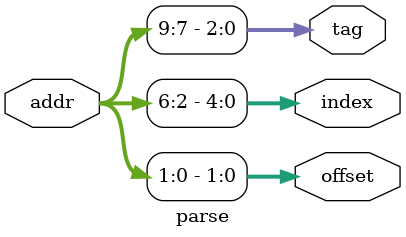
<source format=v>
module parse(
    input [9:0] addr,
    output [1:0] offset,
    output [4:0] index,
    output [2:0] tag
);
    assign offset = addr[1:0];
    assign index = addr[6:2];
    assign tag = addr[9:7];
endmodule

// 分布式存储器，总容量1KB
// 块大小：4 words (16 byte = 128 bits)
// 1024 / 16 = 64 块
// 32块 * 4words * 2
// offset 
// 2路组相联

// [9:0] addr 
// word addr
// offset [1:0]
// index: [4:0]
// tag: [9:7]
</source>
